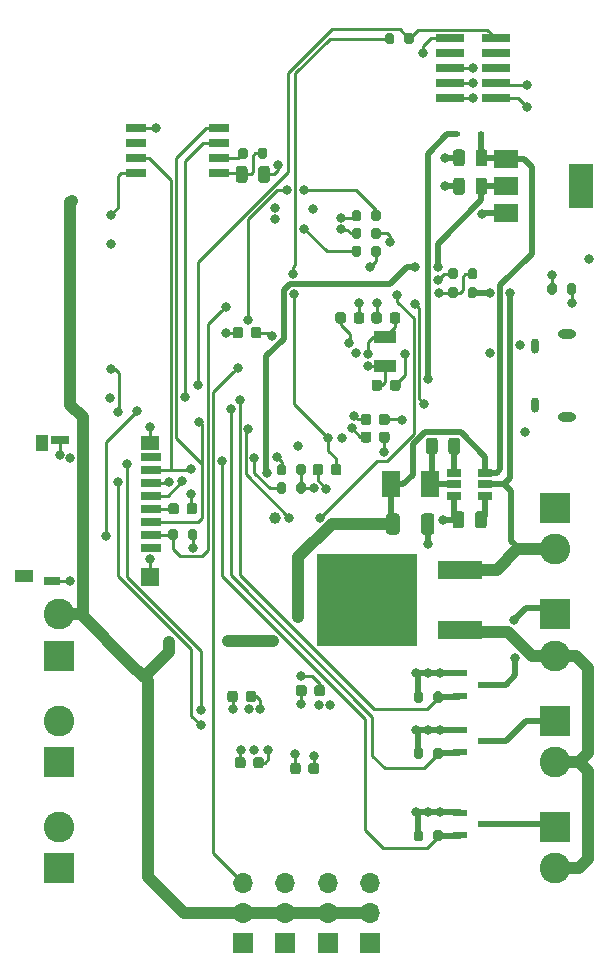
<source format=gbr>
G04 #@! TF.GenerationSoftware,KiCad,Pcbnew,(5.1.9)-1*
G04 #@! TF.CreationDate,2021-01-07T21:38:47-08:00*
G04 #@! TF.ProjectId,Hermes,4865726d-6573-42e6-9b69-6361645f7063,rev?*
G04 #@! TF.SameCoordinates,Original*
G04 #@! TF.FileFunction,Copper,L4,Bot*
G04 #@! TF.FilePolarity,Positive*
%FSLAX46Y46*%
G04 Gerber Fmt 4.6, Leading zero omitted, Abs format (unit mm)*
G04 Created by KiCad (PCBNEW (5.1.9)-1) date 2021-01-07 21:38:47*
%MOMM*%
%LPD*%
G01*
G04 APERTURE LIST*
G04 #@! TA.AperFunction,SMDPad,CuDef*
%ADD10R,1.550000X1.000000*%
G04 #@! TD*
G04 #@! TA.AperFunction,SMDPad,CuDef*
%ADD11R,1.400000X0.800000*%
G04 #@! TD*
G04 #@! TA.AperFunction,SMDPad,CuDef*
%ADD12R,1.000000X1.450000*%
G04 #@! TD*
G04 #@! TA.AperFunction,SMDPad,CuDef*
%ADD13R,1.500000X0.800000*%
G04 #@! TD*
G04 #@! TA.AperFunction,SMDPad,CuDef*
%ADD14R,1.750000X0.800000*%
G04 #@! TD*
G04 #@! TA.AperFunction,SMDPad,CuDef*
%ADD15R,1.500000X1.500000*%
G04 #@! TD*
G04 #@! TA.AperFunction,SMDPad,CuDef*
%ADD16R,1.500000X1.300000*%
G04 #@! TD*
G04 #@! TA.AperFunction,SMDPad,CuDef*
%ADD17R,1.650000X2.300000*%
G04 #@! TD*
G04 #@! TA.AperFunction,SMDPad,CuDef*
%ADD18R,1.900000X1.100000*%
G04 #@! TD*
G04 #@! TA.AperFunction,SMDPad,CuDef*
%ADD19R,2.000000X1.500000*%
G04 #@! TD*
G04 #@! TA.AperFunction,SMDPad,CuDef*
%ADD20R,2.000000X3.800000*%
G04 #@! TD*
G04 #@! TA.AperFunction,SMDPad,CuDef*
%ADD21R,8.510000X7.870000*%
G04 #@! TD*
G04 #@! TA.AperFunction,SMDPad,CuDef*
%ADD22R,3.810000X1.620000*%
G04 #@! TD*
G04 #@! TA.AperFunction,SMDPad,CuDef*
%ADD23R,1.300000X0.600000*%
G04 #@! TD*
G04 #@! TA.AperFunction,ComponentPad*
%ADD24C,2.600000*%
G04 #@! TD*
G04 #@! TA.AperFunction,ComponentPad*
%ADD25R,2.600000X2.600000*%
G04 #@! TD*
G04 #@! TA.AperFunction,SMDPad,CuDef*
%ADD26R,2.400000X0.740000*%
G04 #@! TD*
G04 #@! TA.AperFunction,ComponentPad*
%ADD27O,1.550000X0.775000*%
G04 #@! TD*
G04 #@! TA.AperFunction,ComponentPad*
%ADD28O,0.650000X1.300000*%
G04 #@! TD*
G04 #@! TA.AperFunction,SMDPad,CuDef*
%ADD29R,1.785000X0.650000*%
G04 #@! TD*
G04 #@! TA.AperFunction,SMDPad,CuDef*
%ADD30R,1.220000X0.650000*%
G04 #@! TD*
G04 #@! TA.AperFunction,SMDPad,CuDef*
%ADD31R,0.600000X0.450000*%
G04 #@! TD*
G04 #@! TA.AperFunction,ComponentPad*
%ADD32R,1.700000X1.700000*%
G04 #@! TD*
G04 #@! TA.AperFunction,ComponentPad*
%ADD33O,1.700000X1.700000*%
G04 #@! TD*
G04 #@! TA.AperFunction,ViaPad*
%ADD34C,0.800000*%
G04 #@! TD*
G04 #@! TA.AperFunction,ViaPad*
%ADD35C,1.000000*%
G04 #@! TD*
G04 #@! TA.AperFunction,Conductor*
%ADD36C,0.250000*%
G04 #@! TD*
G04 #@! TA.AperFunction,Conductor*
%ADD37C,0.500000*%
G04 #@! TD*
G04 #@! TA.AperFunction,Conductor*
%ADD38C,1.000000*%
G04 #@! TD*
G04 APERTURE END LIST*
G04 #@! TO.P,R11,2*
G04 #@! TO.N,VDDIO*
G04 #@! TA.AperFunction,SMDPad,CuDef*
G36*
G01*
X34900000Y-63775000D02*
X34900000Y-63225000D01*
G75*
G02*
X35100000Y-63025000I200000J0D01*
G01*
X35500000Y-63025000D01*
G75*
G02*
X35700000Y-63225000I0J-200000D01*
G01*
X35700000Y-63775000D01*
G75*
G02*
X35500000Y-63975000I-200000J0D01*
G01*
X35100000Y-63975000D01*
G75*
G02*
X34900000Y-63775000I0J200000D01*
G01*
G37*
G04 #@! TD.AperFunction*
G04 #@! TO.P,R11,1*
G04 #@! TO.N,RX*
G04 #@! TA.AperFunction,SMDPad,CuDef*
G36*
G01*
X33250000Y-63775000D02*
X33250000Y-63225000D01*
G75*
G02*
X33450000Y-63025000I200000J0D01*
G01*
X33850000Y-63025000D01*
G75*
G02*
X34050000Y-63225000I0J-200000D01*
G01*
X34050000Y-63775000D01*
G75*
G02*
X33850000Y-63975000I-200000J0D01*
G01*
X33450000Y-63975000D01*
G75*
G02*
X33250000Y-63775000I0J200000D01*
G01*
G37*
G04 #@! TD.AperFunction*
G04 #@! TD*
G04 #@! TO.P,C5,2*
G04 #@! TO.N,VDDIO*
G04 #@! TA.AperFunction,SMDPad,CuDef*
G36*
G01*
X40225000Y-46650000D02*
X40225000Y-46150000D01*
G75*
G02*
X40450000Y-45925000I225000J0D01*
G01*
X40900000Y-45925000D01*
G75*
G02*
X41125000Y-46150000I0J-225000D01*
G01*
X41125000Y-46650000D01*
G75*
G02*
X40900000Y-46875000I-225000J0D01*
G01*
X40450000Y-46875000D01*
G75*
G02*
X40225000Y-46650000I0J225000D01*
G01*
G37*
G04 #@! TD.AperFunction*
G04 #@! TO.P,C5,1*
G04 #@! TO.N,GND*
G04 #@! TA.AperFunction,SMDPad,CuDef*
G36*
G01*
X38675000Y-46650000D02*
X38675000Y-46150000D01*
G75*
G02*
X38900000Y-45925000I225000J0D01*
G01*
X39350000Y-45925000D01*
G75*
G02*
X39575000Y-46150000I0J-225000D01*
G01*
X39575000Y-46650000D01*
G75*
G02*
X39350000Y-46875000I-225000J0D01*
G01*
X38900000Y-46875000D01*
G75*
G02*
X38675000Y-46650000I0J225000D01*
G01*
G37*
G04 #@! TD.AperFunction*
G04 #@! TD*
G04 #@! TO.P,R14,2*
G04 #@! TO.N,PY3*
G04 #@! TA.AperFunction,SMDPad,CuDef*
G36*
G01*
X55675000Y-89275000D02*
X55675000Y-88725000D01*
G75*
G02*
X55875000Y-88525000I200000J0D01*
G01*
X56275000Y-88525000D01*
G75*
G02*
X56475000Y-88725000I0J-200000D01*
G01*
X56475000Y-89275000D01*
G75*
G02*
X56275000Y-89475000I-200000J0D01*
G01*
X55875000Y-89475000D01*
G75*
G02*
X55675000Y-89275000I0J200000D01*
G01*
G37*
G04 #@! TD.AperFunction*
G04 #@! TO.P,R14,1*
G04 #@! TO.N,GND*
G04 #@! TA.AperFunction,SMDPad,CuDef*
G36*
G01*
X54025000Y-89275000D02*
X54025000Y-88725000D01*
G75*
G02*
X54225000Y-88525000I200000J0D01*
G01*
X54625000Y-88525000D01*
G75*
G02*
X54825000Y-88725000I0J-200000D01*
G01*
X54825000Y-89275000D01*
G75*
G02*
X54625000Y-89475000I-200000J0D01*
G01*
X54225000Y-89475000D01*
G75*
G02*
X54025000Y-89275000I0J200000D01*
G01*
G37*
G04 #@! TD.AperFunction*
G04 #@! TD*
G04 #@! TO.P,R13,2*
G04 #@! TO.N,PY2*
G04 #@! TA.AperFunction,SMDPad,CuDef*
G36*
G01*
X55675000Y-82275000D02*
X55675000Y-81725000D01*
G75*
G02*
X55875000Y-81525000I200000J0D01*
G01*
X56275000Y-81525000D01*
G75*
G02*
X56475000Y-81725000I0J-200000D01*
G01*
X56475000Y-82275000D01*
G75*
G02*
X56275000Y-82475000I-200000J0D01*
G01*
X55875000Y-82475000D01*
G75*
G02*
X55675000Y-82275000I0J200000D01*
G01*
G37*
G04 #@! TD.AperFunction*
G04 #@! TO.P,R13,1*
G04 #@! TO.N,GND*
G04 #@! TA.AperFunction,SMDPad,CuDef*
G36*
G01*
X54025000Y-82275000D02*
X54025000Y-81725000D01*
G75*
G02*
X54225000Y-81525000I200000J0D01*
G01*
X54625000Y-81525000D01*
G75*
G02*
X54825000Y-81725000I0J-200000D01*
G01*
X54825000Y-82275000D01*
G75*
G02*
X54625000Y-82475000I-200000J0D01*
G01*
X54225000Y-82475000D01*
G75*
G02*
X54025000Y-82275000I0J200000D01*
G01*
G37*
G04 #@! TD.AperFunction*
G04 #@! TD*
G04 #@! TO.P,R12,2*
G04 #@! TO.N,PY1*
G04 #@! TA.AperFunction,SMDPad,CuDef*
G36*
G01*
X55675000Y-77525000D02*
X55675000Y-76975000D01*
G75*
G02*
X55875000Y-76775000I200000J0D01*
G01*
X56275000Y-76775000D01*
G75*
G02*
X56475000Y-76975000I0J-200000D01*
G01*
X56475000Y-77525000D01*
G75*
G02*
X56275000Y-77725000I-200000J0D01*
G01*
X55875000Y-77725000D01*
G75*
G02*
X55675000Y-77525000I0J200000D01*
G01*
G37*
G04 #@! TD.AperFunction*
G04 #@! TO.P,R12,1*
G04 #@! TO.N,GND*
G04 #@! TA.AperFunction,SMDPad,CuDef*
G36*
G01*
X54025000Y-77525000D02*
X54025000Y-76975000D01*
G75*
G02*
X54225000Y-76775000I200000J0D01*
G01*
X54625000Y-76775000D01*
G75*
G02*
X54825000Y-76975000I0J-200000D01*
G01*
X54825000Y-77525000D01*
G75*
G02*
X54625000Y-77725000I-200000J0D01*
G01*
X54225000Y-77725000D01*
G75*
G02*
X54025000Y-77525000I0J200000D01*
G01*
G37*
G04 #@! TD.AperFunction*
G04 #@! TD*
D10*
G04 #@! TO.P,J14,SWA*
G04 #@! TO.N,Net-(J14-PadSWA)*
X21000000Y-67000000D03*
D11*
G04 #@! TO.P,J14,S4*
G04 #@! TO.N,GND*
X23425000Y-67400000D03*
D12*
G04 #@! TO.P,J14,SWB*
G04 #@! TO.N,Net-(J14-PadSWB)*
X22575000Y-55775000D03*
D13*
G04 #@! TO.P,J14,S3*
G04 #@! TO.N,GND*
X24075000Y-55450000D03*
D14*
G04 #@! TO.P,J14,1*
G04 #@! TO.N,Net-(J14-Pad1)*
X31800000Y-64600000D03*
G04 #@! TO.P,J14,2*
G04 #@! TO.N,RX*
X31800000Y-63500000D03*
G04 #@! TO.P,J14,3*
G04 #@! TO.N,MOSI*
X31800000Y-62400000D03*
G04 #@! TO.P,J14,4*
G04 #@! TO.N,Net-(C18-Pad1)*
X31800000Y-61300000D03*
G04 #@! TO.P,J14,5*
G04 #@! TO.N,SCK*
X31800000Y-60200000D03*
G04 #@! TO.P,J14,6*
G04 #@! TO.N,GND*
X31800000Y-59100000D03*
G04 #@! TO.P,J14,7*
G04 #@! TO.N,MISO*
X31800000Y-58000000D03*
D15*
G04 #@! TO.P,J14,S2*
G04 #@! TO.N,GND*
X31675000Y-67050000D03*
D16*
G04 #@! TO.P,J14,S1*
X31675000Y-55700000D03*
D14*
G04 #@! TO.P,J14,8*
G04 #@! TO.N,Net-(J14-Pad8)*
X31800000Y-56900000D03*
G04 #@! TD*
D17*
G04 #@! TO.P,L1,2*
G04 #@! TO.N,+5V*
X52100000Y-59250000D03*
G04 #@! TO.P,L1,1*
G04 #@! TO.N,Net-(C6-Pad1)*
X55400000Y-59250000D03*
G04 #@! TD*
G04 #@! TO.P,C9,2*
G04 #@! TO.N,GND*
G04 #@! TA.AperFunction,SMDPad,CuDef*
G36*
G01*
X51075000Y-54000000D02*
X51075000Y-53500000D01*
G75*
G02*
X51300000Y-53275000I225000J0D01*
G01*
X51750000Y-53275000D01*
G75*
G02*
X51975000Y-53500000I0J-225000D01*
G01*
X51975000Y-54000000D01*
G75*
G02*
X51750000Y-54225000I-225000J0D01*
G01*
X51300000Y-54225000D01*
G75*
G02*
X51075000Y-54000000I0J225000D01*
G01*
G37*
G04 #@! TD.AperFunction*
G04 #@! TO.P,C9,1*
G04 #@! TO.N,VDDIO*
G04 #@! TA.AperFunction,SMDPad,CuDef*
G36*
G01*
X49525000Y-54000000D02*
X49525000Y-53500000D01*
G75*
G02*
X49750000Y-53275000I225000J0D01*
G01*
X50200000Y-53275000D01*
G75*
G02*
X50425000Y-53500000I0J-225000D01*
G01*
X50425000Y-54000000D01*
G75*
G02*
X50200000Y-54225000I-225000J0D01*
G01*
X49750000Y-54225000D01*
G75*
G02*
X49525000Y-54000000I0J225000D01*
G01*
G37*
G04 #@! TD.AperFunction*
G04 #@! TD*
D18*
G04 #@! TO.P,Y1,2*
G04 #@! TO.N,Net-(C4-Pad2)*
X51600000Y-49250000D03*
G04 #@! TO.P,Y1,1*
G04 #@! TO.N,Net-(C3-Pad2)*
X51600000Y-46750000D03*
G04 #@! TD*
D19*
G04 #@! TO.P,U1,1*
G04 #@! TO.N,GND*
X61850000Y-36300000D03*
G04 #@! TO.P,U1,3*
G04 #@! TO.N,+5V*
X61850000Y-31700000D03*
G04 #@! TO.P,U1,2*
G04 #@! TO.N,PWR_SW*
X61850000Y-34000000D03*
D20*
G04 #@! TO.P,U1,4*
G04 #@! TO.N,N/C*
X68150000Y-34000000D03*
G04 #@! TD*
G04 #@! TO.P,R15,2*
G04 #@! TO.N,Net-(C19-Pad1)*
G04 #@! TA.AperFunction,SMDPad,CuDef*
G36*
G01*
X40825000Y-31475000D02*
X40825000Y-30925000D01*
G75*
G02*
X41025000Y-30725000I200000J0D01*
G01*
X41425000Y-30725000D01*
G75*
G02*
X41625000Y-30925000I0J-200000D01*
G01*
X41625000Y-31475000D01*
G75*
G02*
X41425000Y-31675000I-200000J0D01*
G01*
X41025000Y-31675000D01*
G75*
G02*
X40825000Y-31475000I0J200000D01*
G01*
G37*
G04 #@! TD.AperFunction*
G04 #@! TO.P,R15,1*
G04 #@! TO.N,Net-(IC3-Pad7)*
G04 #@! TA.AperFunction,SMDPad,CuDef*
G36*
G01*
X39175000Y-31475000D02*
X39175000Y-30925000D01*
G75*
G02*
X39375000Y-30725000I200000J0D01*
G01*
X39775000Y-30725000D01*
G75*
G02*
X39975000Y-30925000I0J-200000D01*
G01*
X39975000Y-31475000D01*
G75*
G02*
X39775000Y-31675000I-200000J0D01*
G01*
X39375000Y-31675000D01*
G75*
G02*
X39175000Y-31475000I0J200000D01*
G01*
G37*
G04 #@! TD.AperFunction*
G04 #@! TD*
D21*
G04 #@! TO.P,R10,3*
G04 #@! TO.N,N/C*
X50030000Y-69000000D03*
D22*
G04 #@! TO.P,R10,2*
G04 #@! TO.N,R_OUT*
X57970000Y-71540000D03*
G04 #@! TO.P,R10,1*
G04 #@! TO.N,R_IN*
X57970000Y-66460000D03*
G04 #@! TD*
G04 #@! TO.P,R9,2*
G04 #@! TO.N,LEDB*
G04 #@! TA.AperFunction,SMDPad,CuDef*
G36*
G01*
X50425000Y-36775000D02*
X50425000Y-36225000D01*
G75*
G02*
X50625000Y-36025000I200000J0D01*
G01*
X51025000Y-36025000D01*
G75*
G02*
X51225000Y-36225000I0J-200000D01*
G01*
X51225000Y-36775000D01*
G75*
G02*
X51025000Y-36975000I-200000J0D01*
G01*
X50625000Y-36975000D01*
G75*
G02*
X50425000Y-36775000I0J200000D01*
G01*
G37*
G04 #@! TD.AperFunction*
G04 #@! TO.P,R9,1*
G04 #@! TO.N,Net-(D4-Pad4)*
G04 #@! TA.AperFunction,SMDPad,CuDef*
G36*
G01*
X48775000Y-36775000D02*
X48775000Y-36225000D01*
G75*
G02*
X48975000Y-36025000I200000J0D01*
G01*
X49375000Y-36025000D01*
G75*
G02*
X49575000Y-36225000I0J-200000D01*
G01*
X49575000Y-36775000D01*
G75*
G02*
X49375000Y-36975000I-200000J0D01*
G01*
X48975000Y-36975000D01*
G75*
G02*
X48775000Y-36775000I0J200000D01*
G01*
G37*
G04 #@! TD.AperFunction*
G04 #@! TD*
G04 #@! TO.P,R8,2*
G04 #@! TO.N,LEDG*
G04 #@! TA.AperFunction,SMDPad,CuDef*
G36*
G01*
X50425000Y-39775000D02*
X50425000Y-39225000D01*
G75*
G02*
X50625000Y-39025000I200000J0D01*
G01*
X51025000Y-39025000D01*
G75*
G02*
X51225000Y-39225000I0J-200000D01*
G01*
X51225000Y-39775000D01*
G75*
G02*
X51025000Y-39975000I-200000J0D01*
G01*
X50625000Y-39975000D01*
G75*
G02*
X50425000Y-39775000I0J200000D01*
G01*
G37*
G04 #@! TD.AperFunction*
G04 #@! TO.P,R8,1*
G04 #@! TO.N,Net-(D4-Pad5)*
G04 #@! TA.AperFunction,SMDPad,CuDef*
G36*
G01*
X48775000Y-39775000D02*
X48775000Y-39225000D01*
G75*
G02*
X48975000Y-39025000I200000J0D01*
G01*
X49375000Y-39025000D01*
G75*
G02*
X49575000Y-39225000I0J-200000D01*
G01*
X49575000Y-39775000D01*
G75*
G02*
X49375000Y-39975000I-200000J0D01*
G01*
X48975000Y-39975000D01*
G75*
G02*
X48775000Y-39775000I0J200000D01*
G01*
G37*
G04 #@! TD.AperFunction*
G04 #@! TD*
G04 #@! TO.P,R7,2*
G04 #@! TO.N,VDDIO*
G04 #@! TA.AperFunction,SMDPad,CuDef*
G36*
G01*
X44075000Y-58275000D02*
X44075000Y-57725000D01*
G75*
G02*
X44275000Y-57525000I200000J0D01*
G01*
X44675000Y-57525000D01*
G75*
G02*
X44875000Y-57725000I0J-200000D01*
G01*
X44875000Y-58275000D01*
G75*
G02*
X44675000Y-58475000I-200000J0D01*
G01*
X44275000Y-58475000D01*
G75*
G02*
X44075000Y-58275000I0J200000D01*
G01*
G37*
G04 #@! TD.AperFunction*
G04 #@! TO.P,R7,1*
G04 #@! TO.N,SCL*
G04 #@! TA.AperFunction,SMDPad,CuDef*
G36*
G01*
X42425000Y-58275000D02*
X42425000Y-57725000D01*
G75*
G02*
X42625000Y-57525000I200000J0D01*
G01*
X43025000Y-57525000D01*
G75*
G02*
X43225000Y-57725000I0J-200000D01*
G01*
X43225000Y-58275000D01*
G75*
G02*
X43025000Y-58475000I-200000J0D01*
G01*
X42625000Y-58475000D01*
G75*
G02*
X42425000Y-58275000I0J200000D01*
G01*
G37*
G04 #@! TD.AperFunction*
G04 #@! TD*
G04 #@! TO.P,R6,2*
G04 #@! TO.N,LEDR*
G04 #@! TA.AperFunction,SMDPad,CuDef*
G36*
G01*
X50425000Y-38275000D02*
X50425000Y-37725000D01*
G75*
G02*
X50625000Y-37525000I200000J0D01*
G01*
X51025000Y-37525000D01*
G75*
G02*
X51225000Y-37725000I0J-200000D01*
G01*
X51225000Y-38275000D01*
G75*
G02*
X51025000Y-38475000I-200000J0D01*
G01*
X50625000Y-38475000D01*
G75*
G02*
X50425000Y-38275000I0J200000D01*
G01*
G37*
G04 #@! TD.AperFunction*
G04 #@! TO.P,R6,1*
G04 #@! TO.N,Net-(D4-Pad6)*
G04 #@! TA.AperFunction,SMDPad,CuDef*
G36*
G01*
X48775000Y-38275000D02*
X48775000Y-37725000D01*
G75*
G02*
X48975000Y-37525000I200000J0D01*
G01*
X49375000Y-37525000D01*
G75*
G02*
X49575000Y-37725000I0J-200000D01*
G01*
X49575000Y-38275000D01*
G75*
G02*
X49375000Y-38475000I-200000J0D01*
G01*
X48975000Y-38475000D01*
G75*
G02*
X48775000Y-38275000I0J200000D01*
G01*
G37*
G04 #@! TD.AperFunction*
G04 #@! TD*
G04 #@! TO.P,R5,2*
G04 #@! TO.N,VDDIO*
G04 #@! TA.AperFunction,SMDPad,CuDef*
G36*
G01*
X44075000Y-59825000D02*
X44075000Y-59275000D01*
G75*
G02*
X44275000Y-59075000I200000J0D01*
G01*
X44675000Y-59075000D01*
G75*
G02*
X44875000Y-59275000I0J-200000D01*
G01*
X44875000Y-59825000D01*
G75*
G02*
X44675000Y-60025000I-200000J0D01*
G01*
X44275000Y-60025000D01*
G75*
G02*
X44075000Y-59825000I0J200000D01*
G01*
G37*
G04 #@! TD.AperFunction*
G04 #@! TO.P,R5,1*
G04 #@! TO.N,SDA*
G04 #@! TA.AperFunction,SMDPad,CuDef*
G36*
G01*
X42425000Y-59825000D02*
X42425000Y-59275000D01*
G75*
G02*
X42625000Y-59075000I200000J0D01*
G01*
X43025000Y-59075000D01*
G75*
G02*
X43225000Y-59275000I0J-200000D01*
G01*
X43225000Y-59825000D01*
G75*
G02*
X43025000Y-60025000I-200000J0D01*
G01*
X42625000Y-60025000D01*
G75*
G02*
X42425000Y-59825000I0J200000D01*
G01*
G37*
G04 #@! TD.AperFunction*
G04 #@! TD*
G04 #@! TO.P,R4,2*
G04 #@! TO.N,VOLTAGE*
G04 #@! TA.AperFunction,SMDPad,CuDef*
G36*
G01*
X58585000Y-41675000D02*
X58585000Y-41125000D01*
G75*
G02*
X58785000Y-40925000I200000J0D01*
G01*
X59185000Y-40925000D01*
G75*
G02*
X59385000Y-41125000I0J-200000D01*
G01*
X59385000Y-41675000D01*
G75*
G02*
X59185000Y-41875000I-200000J0D01*
G01*
X58785000Y-41875000D01*
G75*
G02*
X58585000Y-41675000I0J200000D01*
G01*
G37*
G04 #@! TD.AperFunction*
G04 #@! TO.P,R4,1*
G04 #@! TO.N,GND*
G04 #@! TA.AperFunction,SMDPad,CuDef*
G36*
G01*
X56935000Y-41675000D02*
X56935000Y-41125000D01*
G75*
G02*
X57135000Y-40925000I200000J0D01*
G01*
X57535000Y-40925000D01*
G75*
G02*
X57735000Y-41125000I0J-200000D01*
G01*
X57735000Y-41675000D01*
G75*
G02*
X57535000Y-41875000I-200000J0D01*
G01*
X57135000Y-41875000D01*
G75*
G02*
X56935000Y-41675000I0J200000D01*
G01*
G37*
G04 #@! TD.AperFunction*
G04 #@! TD*
G04 #@! TO.P,R3,2*
G04 #@! TO.N,R_IN*
G04 #@! TA.AperFunction,SMDPad,CuDef*
G36*
G01*
X58585000Y-43280000D02*
X58585000Y-42730000D01*
G75*
G02*
X58785000Y-42530000I200000J0D01*
G01*
X59185000Y-42530000D01*
G75*
G02*
X59385000Y-42730000I0J-200000D01*
G01*
X59385000Y-43280000D01*
G75*
G02*
X59185000Y-43480000I-200000J0D01*
G01*
X58785000Y-43480000D01*
G75*
G02*
X58585000Y-43280000I0J200000D01*
G01*
G37*
G04 #@! TD.AperFunction*
G04 #@! TO.P,R3,1*
G04 #@! TO.N,VOLTAGE*
G04 #@! TA.AperFunction,SMDPad,CuDef*
G36*
G01*
X56935000Y-43280000D02*
X56935000Y-42730000D01*
G75*
G02*
X57135000Y-42530000I200000J0D01*
G01*
X57535000Y-42530000D01*
G75*
G02*
X57735000Y-42730000I0J-200000D01*
G01*
X57735000Y-43280000D01*
G75*
G02*
X57535000Y-43480000I-200000J0D01*
G01*
X57135000Y-43480000D01*
G75*
G02*
X56935000Y-43280000I0J200000D01*
G01*
G37*
G04 #@! TD.AperFunction*
G04 #@! TD*
G04 #@! TO.P,R2,2*
G04 #@! TO.N,TG_RESET*
G04 #@! TA.AperFunction,SMDPad,CuDef*
G36*
G01*
X52375000Y-21225000D02*
X52375000Y-21775000D01*
G75*
G02*
X52175000Y-21975000I-200000J0D01*
G01*
X51775000Y-21975000D01*
G75*
G02*
X51575000Y-21775000I0J200000D01*
G01*
X51575000Y-21225000D01*
G75*
G02*
X51775000Y-21025000I200000J0D01*
G01*
X52175000Y-21025000D01*
G75*
G02*
X52375000Y-21225000I0J-200000D01*
G01*
G37*
G04 #@! TD.AperFunction*
G04 #@! TO.P,R2,1*
G04 #@! TO.N,RESET*
G04 #@! TA.AperFunction,SMDPad,CuDef*
G36*
G01*
X54025000Y-21225000D02*
X54025000Y-21775000D01*
G75*
G02*
X53825000Y-21975000I-200000J0D01*
G01*
X53425000Y-21975000D01*
G75*
G02*
X53225000Y-21775000I0J200000D01*
G01*
X53225000Y-21225000D01*
G75*
G02*
X53425000Y-21025000I200000J0D01*
G01*
X53825000Y-21025000D01*
G75*
G02*
X54025000Y-21225000I0J-200000D01*
G01*
G37*
G04 #@! TD.AperFunction*
G04 #@! TD*
G04 #@! TO.P,R1,2*
G04 #@! TO.N,Net-(D3-Pad1)*
G04 #@! TA.AperFunction,SMDPad,CuDef*
G36*
G01*
X66125000Y-42425000D02*
X66125000Y-42975000D01*
G75*
G02*
X65925000Y-43175000I-200000J0D01*
G01*
X65525000Y-43175000D01*
G75*
G02*
X65325000Y-42975000I0J200000D01*
G01*
X65325000Y-42425000D01*
G75*
G02*
X65525000Y-42225000I200000J0D01*
G01*
X65925000Y-42225000D01*
G75*
G02*
X66125000Y-42425000I0J-200000D01*
G01*
G37*
G04 #@! TD.AperFunction*
G04 #@! TO.P,R1,1*
G04 #@! TO.N,GND*
G04 #@! TA.AperFunction,SMDPad,CuDef*
G36*
G01*
X67775000Y-42425000D02*
X67775000Y-42975000D01*
G75*
G02*
X67575000Y-43175000I-200000J0D01*
G01*
X67175000Y-43175000D01*
G75*
G02*
X66975000Y-42975000I0J200000D01*
G01*
X66975000Y-42425000D01*
G75*
G02*
X67175000Y-42225000I200000J0D01*
G01*
X67575000Y-42225000D01*
G75*
G02*
X67775000Y-42425000I0J-200000D01*
G01*
G37*
G04 #@! TD.AperFunction*
G04 #@! TD*
D23*
G04 #@! TO.P,Q3,1*
G04 #@! TO.N,PY3*
X57950000Y-88950000D03*
G04 #@! TO.P,Q3,2*
G04 #@! TO.N,GND*
X57950000Y-87050000D03*
G04 #@! TO.P,Q3,3*
G04 #@! TO.N,Net-(J17-Pad1)*
X60050000Y-88000000D03*
G04 #@! TD*
G04 #@! TO.P,Q2,1*
G04 #@! TO.N,PY2*
X57950000Y-81900000D03*
G04 #@! TO.P,Q2,2*
G04 #@! TO.N,GND*
X57950000Y-80000000D03*
G04 #@! TO.P,Q2,3*
G04 #@! TO.N,Net-(J16-Pad1)*
X60050000Y-80950000D03*
G04 #@! TD*
G04 #@! TO.P,Q1,1*
G04 #@! TO.N,PY1*
X57950000Y-77150000D03*
G04 #@! TO.P,Q1,2*
G04 #@! TO.N,GND*
X57950000Y-75250000D03*
G04 #@! TO.P,Q1,3*
G04 #@! TO.N,Net-(J15-Pad1)*
X60050000Y-76200000D03*
G04 #@! TD*
D24*
G04 #@! TO.P,J17,2*
G04 #@! TO.N,R_OUT*
X66000000Y-91750000D03*
D25*
G04 #@! TO.P,J17,1*
G04 #@! TO.N,Net-(J17-Pad1)*
X66000000Y-88250000D03*
G04 #@! TD*
D24*
G04 #@! TO.P,J16,2*
G04 #@! TO.N,R_OUT*
X66000000Y-82750000D03*
D25*
G04 #@! TO.P,J16,1*
G04 #@! TO.N,Net-(J16-Pad1)*
X66000000Y-79250000D03*
G04 #@! TD*
D24*
G04 #@! TO.P,J15,2*
G04 #@! TO.N,R_OUT*
X66000000Y-73750000D03*
D25*
G04 #@! TO.P,J15,1*
G04 #@! TO.N,Net-(J15-Pad1)*
X66000000Y-70250000D03*
G04 #@! TD*
D24*
G04 #@! TO.P,J12,2*
G04 #@! TO.N,VDDIO*
X24000000Y-79250000D03*
D25*
G04 #@! TO.P,J12,1*
G04 #@! TO.N,PWR_SW*
X24000000Y-82750000D03*
G04 #@! TD*
D24*
G04 #@! TO.P,J11,2*
G04 #@! TO.N,R_IN*
X66000000Y-64750000D03*
D25*
G04 #@! TO.P,J11,1*
G04 #@! TO.N,GND*
X66000000Y-61250000D03*
G04 #@! TD*
D26*
G04 #@! TO.P,J10,10*
G04 #@! TO.N,RESET*
X60950000Y-21460000D03*
G04 #@! TO.P,J10,9*
G04 #@! TO.N,GND*
X57050000Y-21460000D03*
G04 #@! TO.P,J10,8*
G04 #@! TO.N,Net-(J10-Pad8)*
X60950000Y-22730000D03*
G04 #@! TO.P,J10,7*
G04 #@! TO.N,Net-(J10-Pad7)*
X57050000Y-22730000D03*
G04 #@! TO.P,J10,6*
G04 #@! TO.N,SWO*
X60950000Y-24000000D03*
G04 #@! TO.P,J10,5*
G04 #@! TO.N,GND*
X57050000Y-24000000D03*
G04 #@! TO.P,J10,4*
G04 #@! TO.N,SWCLK*
X60950000Y-25270000D03*
G04 #@! TO.P,J10,3*
G04 #@! TO.N,GND*
X57050000Y-25270000D03*
G04 #@! TO.P,J10,2*
G04 #@! TO.N,SWDIO*
X60950000Y-26540000D03*
G04 #@! TO.P,J10,1*
G04 #@! TO.N,VDDIO*
X57050000Y-26540000D03*
G04 #@! TD*
D24*
G04 #@! TO.P,J9,2*
G04 #@! TO.N,VDDIO*
X24000000Y-88250000D03*
D25*
G04 #@! TO.P,J9,1*
G04 #@! TO.N,GND*
X24000000Y-91750000D03*
G04 #@! TD*
D24*
G04 #@! TO.P,J8,2*
G04 #@! TO.N,+5V*
X24000000Y-70250000D03*
D25*
G04 #@! TO.P,J8,1*
G04 #@! TO.N,GND*
X24000000Y-73750000D03*
G04 #@! TD*
D27*
G04 #@! TO.P,J5,S6*
G04 #@! TO.N,N/C*
X67000000Y-46500000D03*
G04 #@! TO.P,J5,S3*
X67000000Y-53500000D03*
D28*
G04 #@! TO.P,J5,S2*
X64300000Y-47500000D03*
G04 #@! TO.P,J5,S1*
X64300000Y-52500000D03*
G04 #@! TD*
D29*
G04 #@! TO.P,IC3,8*
G04 #@! TO.N,Net-(C19-Pad1)*
X37532000Y-32905000D03*
G04 #@! TO.P,IC3,7*
G04 #@! TO.N,Net-(IC3-Pad7)*
X37532000Y-31635000D03*
G04 #@! TO.P,IC3,6*
G04 #@! TO.N,SCK*
X37532000Y-30365000D03*
G04 #@! TO.P,IC3,5*
G04 #@! TO.N,MOSI*
X37532000Y-29095000D03*
G04 #@! TO.P,IC3,4*
G04 #@! TO.N,GND*
X30468000Y-29095000D03*
G04 #@! TO.P,IC3,3*
G04 #@! TO.N,Net-(IC3-Pad3)*
X30468000Y-30365000D03*
G04 #@! TO.P,IC3,2*
G04 #@! TO.N,MISO*
X30468000Y-31635000D03*
G04 #@! TO.P,IC3,1*
G04 #@! TO.N,FLASH_CS*
X30468000Y-32905000D03*
G04 #@! TD*
D30*
G04 #@! TO.P,IC2,6*
G04 #@! TO.N,Net-(C6-Pad2)*
X57440000Y-58300000D03*
G04 #@! TO.P,IC2,5*
G04 #@! TO.N,Net-(C6-Pad1)*
X57440000Y-59250000D03*
G04 #@! TO.P,IC2,4*
G04 #@! TO.N,GND*
X57440000Y-60200000D03*
G04 #@! TO.P,IC2,3*
G04 #@! TO.N,Net-(C8-Pad2)*
X60060000Y-60200000D03*
G04 #@! TO.P,IC2,2*
G04 #@! TO.N,R_IN*
X60060000Y-59250000D03*
G04 #@! TO.P,IC2,1*
G04 #@! TO.N,+5V*
X60060000Y-58300000D03*
G04 #@! TD*
D31*
G04 #@! TO.P,D2,2*
G04 #@! TO.N,VBUS*
X57650000Y-29600000D03*
G04 #@! TO.P,D2,1*
G04 #@! TO.N,+5V*
X59750000Y-29600000D03*
G04 #@! TD*
G04 #@! TO.P,C19,2*
G04 #@! TO.N,GND*
G04 #@! TA.AperFunction,SMDPad,CuDef*
G36*
G01*
X40850000Y-33475000D02*
X40850000Y-32525000D01*
G75*
G02*
X41100000Y-32275000I250000J0D01*
G01*
X41600000Y-32275000D01*
G75*
G02*
X41850000Y-32525000I0J-250000D01*
G01*
X41850000Y-33475000D01*
G75*
G02*
X41600000Y-33725000I-250000J0D01*
G01*
X41100000Y-33725000D01*
G75*
G02*
X40850000Y-33475000I0J250000D01*
G01*
G37*
G04 #@! TD.AperFunction*
G04 #@! TO.P,C19,1*
G04 #@! TO.N,Net-(C19-Pad1)*
G04 #@! TA.AperFunction,SMDPad,CuDef*
G36*
G01*
X38950000Y-33475000D02*
X38950000Y-32525000D01*
G75*
G02*
X39200000Y-32275000I250000J0D01*
G01*
X39700000Y-32275000D01*
G75*
G02*
X39950000Y-32525000I0J-250000D01*
G01*
X39950000Y-33475000D01*
G75*
G02*
X39700000Y-33725000I-250000J0D01*
G01*
X39200000Y-33725000D01*
G75*
G02*
X38950000Y-33475000I0J250000D01*
G01*
G37*
G04 #@! TD.AperFunction*
G04 #@! TD*
G04 #@! TO.P,C18,2*
G04 #@! TO.N,GND*
G04 #@! TA.AperFunction,SMDPad,CuDef*
G36*
G01*
X34785000Y-61550000D02*
X34785000Y-61050000D01*
G75*
G02*
X35010000Y-60825000I225000J0D01*
G01*
X35460000Y-60825000D01*
G75*
G02*
X35685000Y-61050000I0J-225000D01*
G01*
X35685000Y-61550000D01*
G75*
G02*
X35460000Y-61775000I-225000J0D01*
G01*
X35010000Y-61775000D01*
G75*
G02*
X34785000Y-61550000I0J225000D01*
G01*
G37*
G04 #@! TD.AperFunction*
G04 #@! TO.P,C18,1*
G04 #@! TO.N,Net-(C18-Pad1)*
G04 #@! TA.AperFunction,SMDPad,CuDef*
G36*
G01*
X33235000Y-61550000D02*
X33235000Y-61050000D01*
G75*
G02*
X33460000Y-60825000I225000J0D01*
G01*
X33910000Y-60825000D01*
G75*
G02*
X34135000Y-61050000I0J-225000D01*
G01*
X34135000Y-61550000D01*
G75*
G02*
X33910000Y-61775000I-225000J0D01*
G01*
X33460000Y-61775000D01*
G75*
G02*
X33235000Y-61550000I0J225000D01*
G01*
G37*
G04 #@! TD.AperFunction*
G04 #@! TD*
G04 #@! TO.P,C17,2*
G04 #@! TO.N,GND*
G04 #@! TA.AperFunction,SMDPad,CuDef*
G36*
G01*
X39775000Y-77450000D02*
X39775000Y-76950000D01*
G75*
G02*
X40000000Y-76725000I225000J0D01*
G01*
X40450000Y-76725000D01*
G75*
G02*
X40675000Y-76950000I0J-225000D01*
G01*
X40675000Y-77450000D01*
G75*
G02*
X40450000Y-77675000I-225000J0D01*
G01*
X40000000Y-77675000D01*
G75*
G02*
X39775000Y-77450000I0J225000D01*
G01*
G37*
G04 #@! TD.AperFunction*
G04 #@! TO.P,C17,1*
G04 #@! TO.N,VDDIO*
G04 #@! TA.AperFunction,SMDPad,CuDef*
G36*
G01*
X38225000Y-77450000D02*
X38225000Y-76950000D01*
G75*
G02*
X38450000Y-76725000I225000J0D01*
G01*
X38900000Y-76725000D01*
G75*
G02*
X39125000Y-76950000I0J-225000D01*
G01*
X39125000Y-77450000D01*
G75*
G02*
X38900000Y-77675000I-225000J0D01*
G01*
X38450000Y-77675000D01*
G75*
G02*
X38225000Y-77450000I0J225000D01*
G01*
G37*
G04 #@! TD.AperFunction*
G04 #@! TD*
G04 #@! TO.P,C16,2*
G04 #@! TO.N,GND*
G04 #@! TA.AperFunction,SMDPad,CuDef*
G36*
G01*
X40425000Y-83050000D02*
X40425000Y-82550000D01*
G75*
G02*
X40650000Y-82325000I225000J0D01*
G01*
X41100000Y-82325000D01*
G75*
G02*
X41325000Y-82550000I0J-225000D01*
G01*
X41325000Y-83050000D01*
G75*
G02*
X41100000Y-83275000I-225000J0D01*
G01*
X40650000Y-83275000D01*
G75*
G02*
X40425000Y-83050000I0J225000D01*
G01*
G37*
G04 #@! TD.AperFunction*
G04 #@! TO.P,C16,1*
G04 #@! TO.N,VDDIO*
G04 #@! TA.AperFunction,SMDPad,CuDef*
G36*
G01*
X38875000Y-83050000D02*
X38875000Y-82550000D01*
G75*
G02*
X39100000Y-82325000I225000J0D01*
G01*
X39550000Y-82325000D01*
G75*
G02*
X39775000Y-82550000I0J-225000D01*
G01*
X39775000Y-83050000D01*
G75*
G02*
X39550000Y-83275000I-225000J0D01*
G01*
X39100000Y-83275000D01*
G75*
G02*
X38875000Y-83050000I0J225000D01*
G01*
G37*
G04 #@! TD.AperFunction*
G04 #@! TD*
G04 #@! TO.P,C15,2*
G04 #@! TO.N,GND*
G04 #@! TA.AperFunction,SMDPad,CuDef*
G36*
G01*
X45100000Y-83550000D02*
X45100000Y-83050000D01*
G75*
G02*
X45325000Y-82825000I225000J0D01*
G01*
X45775000Y-82825000D01*
G75*
G02*
X46000000Y-83050000I0J-225000D01*
G01*
X46000000Y-83550000D01*
G75*
G02*
X45775000Y-83775000I-225000J0D01*
G01*
X45325000Y-83775000D01*
G75*
G02*
X45100000Y-83550000I0J225000D01*
G01*
G37*
G04 #@! TD.AperFunction*
G04 #@! TO.P,C15,1*
G04 #@! TO.N,VDDIO*
G04 #@! TA.AperFunction,SMDPad,CuDef*
G36*
G01*
X43550000Y-83550000D02*
X43550000Y-83050000D01*
G75*
G02*
X43775000Y-82825000I225000J0D01*
G01*
X44225000Y-82825000D01*
G75*
G02*
X44450000Y-83050000I0J-225000D01*
G01*
X44450000Y-83550000D01*
G75*
G02*
X44225000Y-83775000I-225000J0D01*
G01*
X43775000Y-83775000D01*
G75*
G02*
X43550000Y-83550000I0J225000D01*
G01*
G37*
G04 #@! TD.AperFunction*
G04 #@! TD*
G04 #@! TO.P,C14,2*
G04 #@! TO.N,GND*
G04 #@! TA.AperFunction,SMDPad,CuDef*
G36*
G01*
X45600000Y-76950000D02*
X45600000Y-76450000D01*
G75*
G02*
X45825000Y-76225000I225000J0D01*
G01*
X46275000Y-76225000D01*
G75*
G02*
X46500000Y-76450000I0J-225000D01*
G01*
X46500000Y-76950000D01*
G75*
G02*
X46275000Y-77175000I-225000J0D01*
G01*
X45825000Y-77175000D01*
G75*
G02*
X45600000Y-76950000I0J225000D01*
G01*
G37*
G04 #@! TD.AperFunction*
G04 #@! TO.P,C14,1*
G04 #@! TO.N,VDDIO*
G04 #@! TA.AperFunction,SMDPad,CuDef*
G36*
G01*
X44050000Y-76950000D02*
X44050000Y-76450000D01*
G75*
G02*
X44275000Y-76225000I225000J0D01*
G01*
X44725000Y-76225000D01*
G75*
G02*
X44950000Y-76450000I0J-225000D01*
G01*
X44950000Y-76950000D01*
G75*
G02*
X44725000Y-77175000I-225000J0D01*
G01*
X44275000Y-77175000D01*
G75*
G02*
X44050000Y-76950000I0J225000D01*
G01*
G37*
G04 #@! TD.AperFunction*
G04 #@! TD*
G04 #@! TO.P,C13,2*
G04 #@! TO.N,GND*
G04 #@! TA.AperFunction,SMDPad,CuDef*
G36*
G01*
X58350000Y-33525000D02*
X58350000Y-34475000D01*
G75*
G02*
X58100000Y-34725000I-250000J0D01*
G01*
X57600000Y-34725000D01*
G75*
G02*
X57350000Y-34475000I0J250000D01*
G01*
X57350000Y-33525000D01*
G75*
G02*
X57600000Y-33275000I250000J0D01*
G01*
X58100000Y-33275000D01*
G75*
G02*
X58350000Y-33525000I0J-250000D01*
G01*
G37*
G04 #@! TD.AperFunction*
G04 #@! TO.P,C13,1*
G04 #@! TO.N,PWR_SW*
G04 #@! TA.AperFunction,SMDPad,CuDef*
G36*
G01*
X60250000Y-33525000D02*
X60250000Y-34475000D01*
G75*
G02*
X60000000Y-34725000I-250000J0D01*
G01*
X59500000Y-34725000D01*
G75*
G02*
X59250000Y-34475000I0J250000D01*
G01*
X59250000Y-33525000D01*
G75*
G02*
X59500000Y-33275000I250000J0D01*
G01*
X60000000Y-33275000D01*
G75*
G02*
X60250000Y-33525000I0J-250000D01*
G01*
G37*
G04 #@! TD.AperFunction*
G04 #@! TD*
G04 #@! TO.P,C12,2*
G04 #@! TO.N,GND*
G04 #@! TA.AperFunction,SMDPad,CuDef*
G36*
G01*
X58350000Y-31125000D02*
X58350000Y-32075000D01*
G75*
G02*
X58100000Y-32325000I-250000J0D01*
G01*
X57600000Y-32325000D01*
G75*
G02*
X57350000Y-32075000I0J250000D01*
G01*
X57350000Y-31125000D01*
G75*
G02*
X57600000Y-30875000I250000J0D01*
G01*
X58100000Y-30875000D01*
G75*
G02*
X58350000Y-31125000I0J-250000D01*
G01*
G37*
G04 #@! TD.AperFunction*
G04 #@! TO.P,C12,1*
G04 #@! TO.N,+5V*
G04 #@! TA.AperFunction,SMDPad,CuDef*
G36*
G01*
X60250000Y-31125000D02*
X60250000Y-32075000D01*
G75*
G02*
X60000000Y-32325000I-250000J0D01*
G01*
X59500000Y-32325000D01*
G75*
G02*
X59250000Y-32075000I0J250000D01*
G01*
X59250000Y-31125000D01*
G75*
G02*
X59500000Y-30875000I250000J0D01*
G01*
X60000000Y-30875000D01*
G75*
G02*
X60250000Y-31125000I0J-250000D01*
G01*
G37*
G04 #@! TD.AperFunction*
G04 #@! TD*
G04 #@! TO.P,C11,2*
G04 #@! TO.N,GND*
G04 #@! TA.AperFunction,SMDPad,CuDef*
G36*
G01*
X46350000Y-57750000D02*
X46350000Y-58250000D01*
G75*
G02*
X46125000Y-58475000I-225000J0D01*
G01*
X45675000Y-58475000D01*
G75*
G02*
X45450000Y-58250000I0J225000D01*
G01*
X45450000Y-57750000D01*
G75*
G02*
X45675000Y-57525000I225000J0D01*
G01*
X46125000Y-57525000D01*
G75*
G02*
X46350000Y-57750000I0J-225000D01*
G01*
G37*
G04 #@! TD.AperFunction*
G04 #@! TO.P,C11,1*
G04 #@! TO.N,TG_RESET*
G04 #@! TA.AperFunction,SMDPad,CuDef*
G36*
G01*
X47900000Y-57750000D02*
X47900000Y-58250000D01*
G75*
G02*
X47675000Y-58475000I-225000J0D01*
G01*
X47225000Y-58475000D01*
G75*
G02*
X47000000Y-58250000I0J225000D01*
G01*
X47000000Y-57750000D01*
G75*
G02*
X47225000Y-57525000I225000J0D01*
G01*
X47675000Y-57525000D01*
G75*
G02*
X47900000Y-57750000I0J-225000D01*
G01*
G37*
G04 #@! TD.AperFunction*
G04 #@! TD*
G04 #@! TO.P,C10,2*
G04 #@! TO.N,GND*
G04 #@! TA.AperFunction,SMDPad,CuDef*
G36*
G01*
X51075000Y-55500000D02*
X51075000Y-55000000D01*
G75*
G02*
X51300000Y-54775000I225000J0D01*
G01*
X51750000Y-54775000D01*
G75*
G02*
X51975000Y-55000000I0J-225000D01*
G01*
X51975000Y-55500000D01*
G75*
G02*
X51750000Y-55725000I-225000J0D01*
G01*
X51300000Y-55725000D01*
G75*
G02*
X51075000Y-55500000I0J225000D01*
G01*
G37*
G04 #@! TD.AperFunction*
G04 #@! TO.P,C10,1*
G04 #@! TO.N,Net-(C10-Pad1)*
G04 #@! TA.AperFunction,SMDPad,CuDef*
G36*
G01*
X49525000Y-55500000D02*
X49525000Y-55000000D01*
G75*
G02*
X49750000Y-54775000I225000J0D01*
G01*
X50200000Y-54775000D01*
G75*
G02*
X50425000Y-55000000I0J-225000D01*
G01*
X50425000Y-55500000D01*
G75*
G02*
X50200000Y-55725000I-225000J0D01*
G01*
X49750000Y-55725000D01*
G75*
G02*
X49525000Y-55500000I0J225000D01*
G01*
G37*
G04 #@! TD.AperFunction*
G04 #@! TD*
G04 #@! TO.P,C8,2*
G04 #@! TO.N,Net-(C8-Pad2)*
G04 #@! TA.AperFunction,SMDPad,CuDef*
G36*
G01*
X59200000Y-62725000D02*
X59200000Y-61775000D01*
G75*
G02*
X59450000Y-61525000I250000J0D01*
G01*
X59950000Y-61525000D01*
G75*
G02*
X60200000Y-61775000I0J-250000D01*
G01*
X60200000Y-62725000D01*
G75*
G02*
X59950000Y-62975000I-250000J0D01*
G01*
X59450000Y-62975000D01*
G75*
G02*
X59200000Y-62725000I0J250000D01*
G01*
G37*
G04 #@! TD.AperFunction*
G04 #@! TO.P,C8,1*
G04 #@! TO.N,GND*
G04 #@! TA.AperFunction,SMDPad,CuDef*
G36*
G01*
X57300000Y-62725000D02*
X57300000Y-61775000D01*
G75*
G02*
X57550000Y-61525000I250000J0D01*
G01*
X58050000Y-61525000D01*
G75*
G02*
X58300000Y-61775000I0J-250000D01*
G01*
X58300000Y-62725000D01*
G75*
G02*
X58050000Y-62975000I-250000J0D01*
G01*
X57550000Y-62975000D01*
G75*
G02*
X57300000Y-62725000I0J250000D01*
G01*
G37*
G04 #@! TD.AperFunction*
G04 #@! TD*
G04 #@! TO.P,C7,2*
G04 #@! TO.N,+5V*
G04 #@! TA.AperFunction,SMDPad,CuDef*
G36*
G01*
X52825000Y-61949999D02*
X52825000Y-63250001D01*
G75*
G02*
X52575001Y-63500000I-249999J0D01*
G01*
X51924999Y-63500000D01*
G75*
G02*
X51675000Y-63250001I0J249999D01*
G01*
X51675000Y-61949999D01*
G75*
G02*
X51924999Y-61700000I249999J0D01*
G01*
X52575001Y-61700000D01*
G75*
G02*
X52825000Y-61949999I0J-249999D01*
G01*
G37*
G04 #@! TD.AperFunction*
G04 #@! TO.P,C7,1*
G04 #@! TO.N,GND*
G04 #@! TA.AperFunction,SMDPad,CuDef*
G36*
G01*
X55775000Y-61949999D02*
X55775000Y-63250001D01*
G75*
G02*
X55525001Y-63500000I-249999J0D01*
G01*
X54874999Y-63500000D01*
G75*
G02*
X54625000Y-63250001I0J249999D01*
G01*
X54625000Y-61949999D01*
G75*
G02*
X54874999Y-61700000I249999J0D01*
G01*
X55525001Y-61700000D01*
G75*
G02*
X55775000Y-61949999I0J-249999D01*
G01*
G37*
G04 #@! TD.AperFunction*
G04 #@! TD*
G04 #@! TO.P,C6,2*
G04 #@! TO.N,Net-(C6-Pad2)*
G04 #@! TA.AperFunction,SMDPad,CuDef*
G36*
G01*
X56950000Y-56475000D02*
X56950000Y-55525000D01*
G75*
G02*
X57200000Y-55275000I250000J0D01*
G01*
X57700000Y-55275000D01*
G75*
G02*
X57950000Y-55525000I0J-250000D01*
G01*
X57950000Y-56475000D01*
G75*
G02*
X57700000Y-56725000I-250000J0D01*
G01*
X57200000Y-56725000D01*
G75*
G02*
X56950000Y-56475000I0J250000D01*
G01*
G37*
G04 #@! TD.AperFunction*
G04 #@! TO.P,C6,1*
G04 #@! TO.N,Net-(C6-Pad1)*
G04 #@! TA.AperFunction,SMDPad,CuDef*
G36*
G01*
X55050000Y-56475000D02*
X55050000Y-55525000D01*
G75*
G02*
X55300000Y-55275000I250000J0D01*
G01*
X55800000Y-55275000D01*
G75*
G02*
X56050000Y-55525000I0J-250000D01*
G01*
X56050000Y-56475000D01*
G75*
G02*
X55800000Y-56725000I-250000J0D01*
G01*
X55300000Y-56725000D01*
G75*
G02*
X55050000Y-56475000I0J250000D01*
G01*
G37*
G04 #@! TD.AperFunction*
G04 #@! TD*
G04 #@! TO.P,C4,2*
G04 #@! TO.N,Net-(C4-Pad2)*
G04 #@! TA.AperFunction,SMDPad,CuDef*
G36*
G01*
X51350000Y-50600000D02*
X51350000Y-51100000D01*
G75*
G02*
X51125000Y-51325000I-225000J0D01*
G01*
X50675000Y-51325000D01*
G75*
G02*
X50450000Y-51100000I0J225000D01*
G01*
X50450000Y-50600000D01*
G75*
G02*
X50675000Y-50375000I225000J0D01*
G01*
X51125000Y-50375000D01*
G75*
G02*
X51350000Y-50600000I0J-225000D01*
G01*
G37*
G04 #@! TD.AperFunction*
G04 #@! TO.P,C4,1*
G04 #@! TO.N,GND*
G04 #@! TA.AperFunction,SMDPad,CuDef*
G36*
G01*
X52900000Y-50600000D02*
X52900000Y-51100000D01*
G75*
G02*
X52675000Y-51325000I-225000J0D01*
G01*
X52225000Y-51325000D01*
G75*
G02*
X52000000Y-51100000I0J225000D01*
G01*
X52000000Y-50600000D01*
G75*
G02*
X52225000Y-50375000I225000J0D01*
G01*
X52675000Y-50375000D01*
G75*
G02*
X52900000Y-50600000I0J-225000D01*
G01*
G37*
G04 #@! TD.AperFunction*
G04 #@! TD*
G04 #@! TO.P,C3,2*
G04 #@! TO.N,Net-(C3-Pad2)*
G04 #@! TA.AperFunction,SMDPad,CuDef*
G36*
G01*
X51975000Y-45400000D02*
X51975000Y-44900000D01*
G75*
G02*
X52200000Y-44675000I225000J0D01*
G01*
X52650000Y-44675000D01*
G75*
G02*
X52875000Y-44900000I0J-225000D01*
G01*
X52875000Y-45400000D01*
G75*
G02*
X52650000Y-45625000I-225000J0D01*
G01*
X52200000Y-45625000D01*
G75*
G02*
X51975000Y-45400000I0J225000D01*
G01*
G37*
G04 #@! TD.AperFunction*
G04 #@! TO.P,C3,1*
G04 #@! TO.N,GND*
G04 #@! TA.AperFunction,SMDPad,CuDef*
G36*
G01*
X50425000Y-45400000D02*
X50425000Y-44900000D01*
G75*
G02*
X50650000Y-44675000I225000J0D01*
G01*
X51100000Y-44675000D01*
G75*
G02*
X51325000Y-44900000I0J-225000D01*
G01*
X51325000Y-45400000D01*
G75*
G02*
X51100000Y-45625000I-225000J0D01*
G01*
X50650000Y-45625000D01*
G75*
G02*
X50425000Y-45400000I0J225000D01*
G01*
G37*
G04 #@! TD.AperFunction*
G04 #@! TD*
G04 #@! TO.P,C2,2*
G04 #@! TO.N,GND*
G04 #@! TA.AperFunction,SMDPad,CuDef*
G36*
G01*
X48925000Y-45400000D02*
X48925000Y-44900000D01*
G75*
G02*
X49150000Y-44675000I225000J0D01*
G01*
X49600000Y-44675000D01*
G75*
G02*
X49825000Y-44900000I0J-225000D01*
G01*
X49825000Y-45400000D01*
G75*
G02*
X49600000Y-45625000I-225000J0D01*
G01*
X49150000Y-45625000D01*
G75*
G02*
X48925000Y-45400000I0J225000D01*
G01*
G37*
G04 #@! TD.AperFunction*
G04 #@! TO.P,C2,1*
G04 #@! TO.N,Net-(C2-Pad1)*
G04 #@! TA.AperFunction,SMDPad,CuDef*
G36*
G01*
X47375000Y-45400000D02*
X47375000Y-44900000D01*
G75*
G02*
X47600000Y-44675000I225000J0D01*
G01*
X48050000Y-44675000D01*
G75*
G02*
X48275000Y-44900000I0J-225000D01*
G01*
X48275000Y-45400000D01*
G75*
G02*
X48050000Y-45625000I-225000J0D01*
G01*
X47600000Y-45625000D01*
G75*
G02*
X47375000Y-45400000I0J225000D01*
G01*
G37*
G04 #@! TD.AperFunction*
G04 #@! TD*
D32*
G04 #@! TO.P,J1,1*
G04 #@! TO.N,GND*
X46750000Y-98050000D03*
D33*
G04 #@! TO.P,J1,2*
G04 #@! TO.N,+5V*
X46750000Y-95510000D03*
G04 #@! TO.P,J1,3*
G04 #@! TO.N,TVCY*
X46750000Y-92970000D03*
G04 #@! TD*
G04 #@! TO.P,J2,3*
G04 #@! TO.N,TVCZ*
X50350000Y-92970000D03*
G04 #@! TO.P,J2,2*
G04 #@! TO.N,+5V*
X50350000Y-95510000D03*
D32*
G04 #@! TO.P,J2,1*
G04 #@! TO.N,GND*
X50350000Y-98050000D03*
G04 #@! TD*
G04 #@! TO.P,J3,1*
G04 #@! TO.N,GND*
X43150000Y-98050000D03*
D33*
G04 #@! TO.P,J3,2*
G04 #@! TO.N,+5V*
X43150000Y-95510000D03*
G04 #@! TO.P,J3,3*
G04 #@! TO.N,PROP_Z*
X43150000Y-92970000D03*
G04 #@! TD*
G04 #@! TO.P,J4,3*
G04 #@! TO.N,PROP_Y*
X39550000Y-92970000D03*
G04 #@! TO.P,J4,2*
G04 #@! TO.N,+5V*
X39550000Y-95510000D03*
D32*
G04 #@! TO.P,J4,1*
G04 #@! TO.N,GND*
X39550000Y-98050000D03*
G04 #@! TD*
D34*
G04 #@! TO.N,GND*
X40100000Y-78300000D03*
X41000000Y-78300000D03*
X41700000Y-81700000D03*
X40500000Y-81699994D03*
X45600000Y-82200002D03*
X46000000Y-77900000D03*
X46900000Y-77900000D03*
X63400000Y-54800000D03*
X56700000Y-31600000D03*
X56700000Y-34000000D03*
X32200000Y-29100000D03*
X56500000Y-62250000D03*
X55250000Y-64250000D03*
X54250000Y-75250000D03*
X55250000Y-75250000D03*
X56250000Y-75250000D03*
X54250000Y-80000000D03*
X55250000Y-80000000D03*
X56250000Y-80000000D03*
X54250000Y-87000000D03*
X55250000Y-87000000D03*
X56250000Y-87000000D03*
X44450000Y-75500000D03*
X28400000Y-38900000D03*
X54800000Y-22700000D03*
X31650000Y-54400000D03*
X67400000Y-43900000D03*
X49421207Y-43871207D03*
X33337340Y-59037340D03*
X47925000Y-55300000D03*
X60500000Y-48150000D03*
X63050000Y-47450000D03*
X59000004Y-24000000D03*
X59000000Y-25299994D03*
X31700000Y-65600072D03*
X38100000Y-46400000D03*
X46600000Y-59600000D03*
X53000000Y-53800000D03*
X35150000Y-60100000D03*
X42250000Y-36750000D03*
X42250002Y-35850000D03*
X56100000Y-41900000D03*
X45450001Y-35899999D03*
X51473843Y-56473841D03*
X24100000Y-56750002D03*
X42550000Y-32200000D03*
X28324990Y-51900000D03*
X24899990Y-57050000D03*
X24899990Y-67450000D03*
X49100000Y-48150000D03*
X50900000Y-43900000D03*
X53275000Y-48200000D03*
X59826048Y-36326048D03*
G04 #@! TO.N,Net-(C2-Pad1)*
X48550000Y-47250000D03*
G04 #@! TO.N,Net-(C3-Pad2)*
X50150000Y-48200000D03*
G04 #@! TO.N,Net-(C4-Pad2)*
X50150000Y-49250000D03*
G04 #@! TO.N,VDDIO*
X38700000Y-78300000D03*
X39391964Y-81705940D03*
X44500000Y-77800000D03*
X44000000Y-82100000D03*
X35300000Y-64600000D03*
X48945452Y-53413301D03*
X68850000Y-40150000D03*
X59000000Y-26500000D03*
X45537340Y-59562660D03*
D35*
X42250000Y-62100000D03*
D34*
X44259108Y-56014082D03*
X41985373Y-46714627D03*
D35*
G04 #@! TO.N,+5V*
X44250000Y-70450000D03*
X42141636Y-72508364D03*
X24950000Y-48150000D03*
X25050000Y-35250000D03*
X33300000Y-72550000D03*
X38275010Y-72508364D03*
D34*
G04 #@! TO.N,Net-(C10-Pad1)*
X48750000Y-54500000D03*
G04 #@! TO.N,TG_RESET*
X46800000Y-55300000D03*
X43900000Y-43150000D03*
X43800000Y-41400000D03*
G04 #@! TO.N,PWR_SW*
X54150000Y-40850000D03*
X41612659Y-58262661D03*
X56050000Y-40800000D03*
G04 #@! TO.N,VBUS*
X55200000Y-50300000D03*
G04 #@! TO.N,Net-(D3-Pad1)*
X65700000Y-41500000D03*
G04 #@! TO.N,Net-(D4-Pad5)*
X44749999Y-37600001D03*
G04 #@! TO.N,Net-(D4-Pad6)*
X47900000Y-37650000D03*
G04 #@! TO.N,Net-(D4-Pad4)*
X47900001Y-36699989D03*
G04 #@! TO.N,VOLTAGE*
X56150000Y-43000000D03*
G04 #@! TO.N,TVCZ*
X54900000Y-52400000D03*
X54125010Y-44000000D03*
G04 #@! TO.N,TVCY*
X52600000Y-43200000D03*
X46049998Y-62050002D03*
G04 #@! TO.N,LEDR*
X52000000Y-38750000D03*
G04 #@! TO.N,LEDG*
X50300000Y-40850000D03*
G04 #@! TO.N,FLASH_CS*
X28400000Y-36400000D03*
G04 #@! TO.N,RX*
X38100010Y-44200000D03*
G04 #@! TO.N,LEDB*
X39988972Y-45346262D03*
X44700012Y-34327386D03*
X43250000Y-34300000D03*
G04 #@! TO.N,PROP_Y*
X39100000Y-49350000D03*
G04 #@! TO.N,MOSI*
X35874979Y-53948247D03*
G04 #@! TO.N,PY1*
X39325000Y-52100000D03*
G04 #@! TO.N,PY2*
X38524990Y-52900000D03*
G04 #@! TO.N,MISO*
X35124990Y-57950000D03*
G04 #@! TO.N,PROP_Z*
X43450000Y-62050000D03*
X40000000Y-54594140D03*
G04 #@! TO.N,PY3*
X37799980Y-57250000D03*
G04 #@! TO.N,SDA*
X29749992Y-57522994D03*
X40525044Y-57050000D03*
X36025000Y-78350000D03*
G04 #@! TO.N,SCL*
X28350000Y-49500000D03*
X28988180Y-59010039D03*
X42423843Y-56926157D03*
X35974840Y-79650160D03*
X28999988Y-53100000D03*
G04 #@! TO.N,SWCLK*
X63600000Y-25400000D03*
G04 #@! TO.N,SWDIO*
X63600000Y-27300000D03*
G04 #@! TO.N,R_IN*
X60500000Y-43000000D03*
X62200000Y-43000000D03*
G04 #@! TO.N,SCK*
X34627001Y-51834833D03*
X34400000Y-59000000D03*
G04 #@! TO.N,RESET*
X27950000Y-63600000D03*
X30600000Y-53000000D03*
X35750000Y-50850000D03*
G04 #@! TO.N,Net-(J15-Pad1)*
X62597182Y-73902818D03*
X62500000Y-70750000D03*
G04 #@! TD*
D36*
G04 #@! TO.N,GND*
X41000000Y-77500000D02*
X41000000Y-78300000D01*
X40700000Y-77200000D02*
X41000000Y-77500000D01*
X40225000Y-77200000D02*
X40700000Y-77200000D01*
X41700000Y-82500000D02*
X41700000Y-81700000D01*
X41400000Y-82800000D02*
X41700000Y-82500000D01*
X40875000Y-82800000D02*
X41400000Y-82800000D01*
X45550000Y-83300000D02*
X45550000Y-82250002D01*
X45550000Y-82250002D02*
X45600000Y-82200002D01*
D37*
X57850000Y-31600000D02*
X56700000Y-31600000D01*
X57850000Y-34000000D02*
X56700000Y-34000000D01*
D36*
X32195000Y-29095000D02*
X32200000Y-29100000D01*
X30468000Y-29095000D02*
X32195000Y-29095000D01*
D37*
X57440000Y-61890000D02*
X57800000Y-62250000D01*
X57440000Y-60200000D02*
X57440000Y-61890000D01*
X57800000Y-62250000D02*
X56500000Y-62250000D01*
X55200000Y-64200000D02*
X55250000Y-64250000D01*
X55200000Y-62600000D02*
X55200000Y-64200000D01*
X54337500Y-75337500D02*
X54250000Y-75250000D01*
X54337500Y-77250000D02*
X54337500Y-75337500D01*
X54250000Y-75250000D02*
X55250000Y-75250000D01*
X55250000Y-75250000D02*
X56250000Y-75250000D01*
X56250000Y-75250000D02*
X57950000Y-75250000D01*
X54337500Y-80087500D02*
X54250000Y-80000000D01*
X54337500Y-82000000D02*
X54337500Y-80087500D01*
X54250000Y-80000000D02*
X55250000Y-80000000D01*
X55250000Y-80000000D02*
X56250000Y-80000000D01*
X56250000Y-80000000D02*
X57950000Y-80000000D01*
X54337500Y-87087500D02*
X54250000Y-87000000D01*
X54337500Y-89000000D02*
X54337500Y-87087500D01*
X54250000Y-87000000D02*
X55250000Y-87000000D01*
X55250000Y-87000000D02*
X56250000Y-87000000D01*
X57900000Y-87000000D02*
X57950000Y-87050000D01*
X56250000Y-87000000D02*
X57900000Y-87000000D01*
D36*
X45400000Y-75500000D02*
X44450000Y-75500000D01*
X46050000Y-76150000D02*
X45400000Y-75500000D01*
X46050000Y-76700000D02*
X46050000Y-76150000D01*
X54800000Y-22100000D02*
X54800000Y-22700000D01*
X55440000Y-21460000D02*
X54800000Y-22100000D01*
X57050000Y-21460000D02*
X55440000Y-21460000D01*
X31675000Y-54425000D02*
X31650000Y-54400000D01*
X31675000Y-55700000D02*
X31675000Y-54425000D01*
X67375000Y-43875000D02*
X67400000Y-43900000D01*
X67375000Y-42700000D02*
X67375000Y-43875000D01*
X49375000Y-43917414D02*
X49421207Y-43871207D01*
X49375000Y-45150000D02*
X49375000Y-43917414D01*
X33274680Y-59100000D02*
X33337340Y-59037340D01*
X31800000Y-59100000D02*
X33274680Y-59100000D01*
X57050000Y-24000000D02*
X59000004Y-24000000D01*
X57050000Y-25270000D02*
X58970006Y-25270000D01*
X58970006Y-25270000D02*
X59000000Y-25299994D01*
X31675000Y-67050000D02*
X31675000Y-65625072D01*
X31675000Y-65625072D02*
X31700000Y-65600072D01*
X39125000Y-46400000D02*
X38100000Y-46400000D01*
X45900000Y-58000000D02*
X45900000Y-58900000D01*
X45900000Y-58900000D02*
X46600000Y-59600000D01*
X52950000Y-53750000D02*
X53000000Y-53800000D01*
X51525000Y-53750000D02*
X52950000Y-53750000D01*
X35175000Y-61300000D02*
X35175000Y-60125000D01*
X35175000Y-60125000D02*
X35150000Y-60100000D01*
X56600000Y-41400000D02*
X56100000Y-41900000D01*
X57335000Y-41400000D02*
X56600000Y-41400000D01*
X51525000Y-56422684D02*
X51473843Y-56473841D01*
X51525000Y-55250000D02*
X51525000Y-56422684D01*
X24075000Y-55450000D02*
X24075000Y-56725002D01*
X24075000Y-56725002D02*
X24100000Y-56750002D01*
X42550000Y-32600000D02*
X42550000Y-32200000D01*
X42150000Y-33000000D02*
X42550000Y-32600000D01*
X41350000Y-33000000D02*
X42150000Y-33000000D01*
X23425000Y-67400000D02*
X24849990Y-67400000D01*
X24849990Y-67400000D02*
X24899990Y-67450000D01*
X50875000Y-43925000D02*
X50900000Y-43900000D01*
X50875000Y-45150000D02*
X50875000Y-43925000D01*
X53275000Y-50025000D02*
X53275000Y-48200000D01*
X52450000Y-50850000D02*
X53275000Y-50025000D01*
D37*
X59852096Y-36300000D02*
X59826048Y-36326048D01*
X61850000Y-36300000D02*
X59852096Y-36300000D01*
D36*
G04 #@! TO.N,Net-(C2-Pad1)*
X48600000Y-46550000D02*
X48600000Y-47200000D01*
X47825000Y-45150000D02*
X47825000Y-45775000D01*
X47825000Y-45775000D02*
X48600000Y-46550000D01*
X48600000Y-47200000D02*
X48550000Y-47250000D01*
G04 #@! TO.N,Net-(C3-Pad2)*
X52425000Y-45150000D02*
X52425000Y-45925000D01*
X52425000Y-45925000D02*
X51600000Y-46750000D01*
X50150000Y-47200000D02*
X50150000Y-48200000D01*
X51600000Y-46750000D02*
X50600000Y-46750000D01*
X50600000Y-46750000D02*
X50150000Y-47200000D01*
G04 #@! TO.N,Net-(C4-Pad2)*
X51300000Y-50850000D02*
X50900000Y-50850000D01*
X51600000Y-50550000D02*
X51300000Y-50850000D01*
X51600000Y-49250000D02*
X51600000Y-50550000D01*
X51600000Y-49250000D02*
X50150000Y-49250000D01*
G04 #@! TO.N,VDDIO*
X38700000Y-77225000D02*
X38675000Y-77200000D01*
X38700000Y-78300000D02*
X38700000Y-77225000D01*
X39325000Y-82800000D02*
X39325000Y-81772904D01*
X39325000Y-81772904D02*
X39391964Y-81705940D01*
X44500000Y-77800000D02*
X44500000Y-76700000D01*
X44000000Y-83300000D02*
X44000000Y-82100000D01*
X35300000Y-63500000D02*
X35300000Y-64600000D01*
X49282151Y-53750000D02*
X48945452Y-53413301D01*
X49975000Y-53750000D02*
X49282151Y-53750000D01*
X44475000Y-59550000D02*
X44475000Y-58000000D01*
X58960000Y-26540000D02*
X59000000Y-26500000D01*
X57050000Y-26540000D02*
X58960000Y-26540000D01*
X44475000Y-59550000D02*
X45524680Y-59550000D01*
X45524680Y-59550000D02*
X45537340Y-59562660D01*
X41670746Y-46400000D02*
X41985373Y-46714627D01*
X40675000Y-46400000D02*
X41670746Y-46400000D01*
D37*
G04 #@! TO.N,Net-(C6-Pad1)*
X55550000Y-59100000D02*
X55400000Y-59250000D01*
X55550000Y-56000000D02*
X55550000Y-59100000D01*
X57440000Y-59250000D02*
X55400000Y-59250000D01*
G04 #@! TO.N,Net-(C6-Pad2)*
X57450000Y-58290000D02*
X57440000Y-58300000D01*
X57450000Y-56000000D02*
X57450000Y-58290000D01*
G04 #@! TO.N,+5V*
X59750000Y-29600000D02*
X59750000Y-31600000D01*
X61750000Y-31600000D02*
X61850000Y-31700000D01*
X59750000Y-31600000D02*
X61750000Y-31600000D01*
D38*
X24000000Y-70250000D02*
X25838477Y-70250000D01*
X39550000Y-95510000D02*
X43150000Y-95510000D01*
X43150000Y-95510000D02*
X46750000Y-95510000D01*
X46750000Y-95510000D02*
X50350000Y-95510000D01*
D37*
X52100000Y-62450000D02*
X52250000Y-62600000D01*
X52100000Y-59250000D02*
X52100000Y-62450000D01*
D38*
X24950000Y-35350000D02*
X25050000Y-35250000D01*
X24950000Y-48150000D02*
X24950000Y-35350000D01*
D37*
X60050000Y-58290000D02*
X60060000Y-58300000D01*
D38*
X42141636Y-72508364D02*
X38275010Y-72508364D01*
D37*
X64000000Y-39750000D02*
X64000000Y-32375000D01*
X64000000Y-32375000D02*
X63325000Y-31700000D01*
X63325000Y-31700000D02*
X61850000Y-31700000D01*
X61350000Y-42400000D02*
X64000000Y-39750000D01*
D36*
X61350000Y-42500000D02*
X61350000Y-42400000D01*
D38*
X52250000Y-62600000D02*
X47078002Y-62600000D01*
X47078002Y-62600000D02*
X44250000Y-65428002D01*
X44250000Y-65428002D02*
X44250000Y-70450000D01*
D37*
X53150000Y-59250000D02*
X52100000Y-59250000D01*
X57989956Y-54824990D02*
X54988198Y-54824990D01*
X54988198Y-54824990D02*
X53950000Y-55863188D01*
X60060000Y-56895034D02*
X57989956Y-54824990D01*
X53950000Y-58450000D02*
X53150000Y-59250000D01*
X53950000Y-55863188D02*
X53950000Y-58450000D01*
X60060000Y-58300000D02*
X60060000Y-56895034D01*
D38*
X25838477Y-70250000D02*
X30000000Y-74411523D01*
X31169239Y-75580762D02*
X30000000Y-74411523D01*
X33300000Y-73450000D02*
X31169239Y-75580762D01*
X33300000Y-72550000D02*
X33300000Y-73450000D01*
X26000000Y-70088477D02*
X26000000Y-53571998D01*
X25838477Y-70250000D02*
X26000000Y-70088477D01*
X26000000Y-53571998D02*
X24950000Y-52521998D01*
X24950000Y-52521998D02*
X24950000Y-48150000D01*
D37*
X61350000Y-57975000D02*
X61350000Y-42500000D01*
X61025000Y-58300000D02*
X61350000Y-57975000D01*
X60060000Y-58300000D02*
X61025000Y-58300000D01*
D38*
X34590000Y-95540000D02*
X39700000Y-95540000D01*
X31500000Y-92450000D02*
X34590000Y-95540000D01*
X31500000Y-75911523D02*
X31500000Y-92450000D01*
D37*
G04 #@! TO.N,Net-(C8-Pad2)*
X60060000Y-61890000D02*
X59700000Y-62250000D01*
X60060000Y-60200000D02*
X60060000Y-61890000D01*
D36*
G04 #@! TO.N,Net-(C10-Pad1)*
X49500000Y-55250000D02*
X48750000Y-54500000D01*
X49975000Y-55250000D02*
X49500000Y-55250000D01*
G04 #@! TO.N,TG_RESET*
X47013426Y-55300000D02*
X46800000Y-55300000D01*
X46800000Y-56400000D02*
X46800000Y-55300000D01*
X47450000Y-57050000D02*
X46800000Y-56400000D01*
X47450000Y-58000000D02*
X47450000Y-57050000D01*
X46800000Y-55300000D02*
X43900000Y-52400000D01*
X43900000Y-52400000D02*
X43900000Y-43150000D01*
X46900000Y-21500000D02*
X51975000Y-21500000D01*
X43975002Y-24424998D02*
X46900000Y-21500000D01*
X43975002Y-40659313D02*
X43975002Y-24424998D01*
X43800000Y-40834315D02*
X43975002Y-40659313D01*
X43800000Y-41400000D02*
X43800000Y-40834315D01*
D37*
G04 #@! TO.N,PWR_SW*
X59750000Y-34000000D02*
X61850000Y-34000000D01*
X41550000Y-58200002D02*
X41612659Y-58262661D01*
X43049999Y-46908003D02*
X41550000Y-48408002D01*
X43049999Y-42750001D02*
X43049999Y-46908003D01*
X41550000Y-48408002D02*
X41550000Y-58200002D01*
X54150000Y-40850000D02*
X53450000Y-40850000D01*
X43500000Y-42300000D02*
X43049999Y-42750001D01*
X53450000Y-40850000D02*
X52000000Y-42300000D01*
X52000000Y-42300000D02*
X43500000Y-42300000D01*
X59750000Y-35200000D02*
X56050000Y-38900000D01*
X56050000Y-38900000D02*
X56050000Y-40800000D01*
X59750000Y-34000000D02*
X59750000Y-35200000D01*
D36*
G04 #@! TO.N,Net-(C18-Pad1)*
X33685000Y-61300000D02*
X31800000Y-61300000D01*
G04 #@! TO.N,Net-(C19-Pad1)*
X39355000Y-32905000D02*
X39450000Y-33000000D01*
X37532000Y-32905000D02*
X39355000Y-32905000D01*
X41225000Y-31200000D02*
X40600000Y-31200000D01*
X40600000Y-31200000D02*
X40400000Y-31400000D01*
X40400000Y-31400000D02*
X40400000Y-32800000D01*
X40200000Y-33000000D02*
X39450000Y-33000000D01*
X40400000Y-32800000D02*
X40200000Y-33000000D01*
D37*
G04 #@! TO.N,VBUS*
X55200000Y-50300000D02*
X55200000Y-31250000D01*
X55200000Y-31250000D02*
X56850000Y-29600000D01*
X56850000Y-29600000D02*
X57650000Y-29600000D01*
D36*
G04 #@! TO.N,Net-(D3-Pad1)*
X65725000Y-41525000D02*
X65700000Y-41500000D01*
X65725000Y-42700000D02*
X65725000Y-41525000D01*
G04 #@! TO.N,Net-(D4-Pad5)*
X49175000Y-39500000D02*
X46649998Y-39500000D01*
X46649998Y-39500000D02*
X44749999Y-37600001D01*
G04 #@! TO.N,Net-(D4-Pad6)*
X48400000Y-37700000D02*
X47900000Y-37700000D01*
X48700000Y-38000000D02*
X48400000Y-37700000D01*
X49175000Y-38000000D02*
X48700000Y-38000000D01*
G04 #@! TO.N,Net-(D4-Pad4)*
X49175000Y-36500000D02*
X48975000Y-36700000D01*
X48975000Y-36700000D02*
X48000002Y-36700000D01*
X48000002Y-36700000D02*
X47900001Y-36599999D01*
G04 #@! TO.N,VOLTAGE*
X57330000Y-43000000D02*
X57335000Y-43005000D01*
X56150000Y-43000000D02*
X57330000Y-43000000D01*
X58150000Y-41650000D02*
X58400000Y-41400000D01*
X58150000Y-42750000D02*
X58150000Y-41650000D01*
X57895000Y-43005000D02*
X58150000Y-42750000D01*
X58400000Y-41400000D02*
X58985000Y-41400000D01*
X57335000Y-43005000D02*
X57895000Y-43005000D01*
G04 #@! TO.N,TVCZ*
X54125010Y-44000000D02*
X54450000Y-44324990D01*
X54450000Y-44324990D02*
X54450000Y-51950000D01*
X54450000Y-51950000D02*
X54900000Y-52400000D01*
G04 #@! TO.N,TVCY*
X54000000Y-54973004D02*
X51748002Y-57225002D01*
X50874998Y-57225002D02*
X46049998Y-62050002D01*
X51748002Y-57225002D02*
X50874998Y-57225002D01*
X54000000Y-45165685D02*
X54000000Y-54973004D01*
X52600000Y-43200000D02*
X52600000Y-43765685D01*
X52600000Y-43765685D02*
X54000000Y-45165685D01*
G04 #@! TO.N,LEDR*
X52000000Y-38750000D02*
X52000000Y-38250000D01*
X51750000Y-38000000D02*
X50825000Y-38000000D01*
X52000000Y-38250000D02*
X51750000Y-38000000D01*
G04 #@! TO.N,LEDG*
X50825000Y-39500000D02*
X50825000Y-40325000D01*
X50825000Y-40325000D02*
X50300000Y-40850000D01*
G04 #@! TO.N,FLASH_CS*
X28400000Y-36400000D02*
X29000000Y-35800000D01*
X29000000Y-35800000D02*
X29000000Y-33100000D01*
X29195000Y-32905000D02*
X30468000Y-32905000D01*
X29000000Y-33100000D02*
X29195000Y-32905000D01*
G04 #@! TO.N,RX*
X31800000Y-63500000D02*
X33650000Y-63500000D01*
X33650000Y-64750000D02*
X34225001Y-65325001D01*
X33650000Y-63500000D02*
X33650000Y-64750000D01*
X36599989Y-57349887D02*
X36599989Y-45700021D01*
X36599989Y-45700021D02*
X37700011Y-44599999D01*
X34225001Y-65325001D02*
X36074999Y-65325001D01*
X36600011Y-64799989D02*
X36600011Y-57349909D01*
X37700011Y-44599999D02*
X38100010Y-44200000D01*
X36074999Y-65325001D02*
X36600011Y-64799989D01*
X36600011Y-57349909D02*
X36599989Y-57349887D01*
G04 #@! TO.N,LEDB*
X49100000Y-34300000D02*
X44727398Y-34300000D01*
X50825000Y-36025000D02*
X49100000Y-34300000D01*
X44727398Y-34300000D02*
X44700012Y-34327386D01*
X50825000Y-36500000D02*
X50825000Y-36025000D01*
X43200000Y-34350000D02*
X43250000Y-34300000D01*
X42434315Y-34350000D02*
X43200000Y-34350000D01*
X39988972Y-36795343D02*
X42434315Y-34350000D01*
X39988972Y-45346262D02*
X39988972Y-36795343D01*
G04 #@! TO.N,PROP_Y*
X38700001Y-49749999D02*
X39100000Y-49350000D01*
X37050022Y-51399978D02*
X38700001Y-49749999D01*
X37050022Y-90470022D02*
X37050022Y-51399978D01*
X39550000Y-92970000D02*
X37050022Y-90470022D01*
G04 #@! TO.N,MOSI*
X36389500Y-29095000D02*
X37532000Y-29095000D01*
X33900000Y-55286309D02*
X33900000Y-31584500D01*
X33900000Y-31584500D02*
X36389500Y-29095000D01*
X36100000Y-54173268D02*
X35874979Y-53948247D01*
X36100000Y-57486310D02*
X36100000Y-54173268D01*
X33900000Y-55286309D02*
X36100000Y-57486310D01*
X36100000Y-57486309D02*
X33900000Y-55286309D01*
X36100000Y-62050000D02*
X36100000Y-57486309D01*
X35750000Y-62400000D02*
X36100000Y-62050000D01*
X31800000Y-62400000D02*
X35750000Y-62400000D01*
D37*
G04 #@! TO.N,PY1*
X57850000Y-77250000D02*
X57950000Y-77150000D01*
X56162500Y-77250000D02*
X57850000Y-77250000D01*
D36*
X39274999Y-52125001D02*
X39400000Y-52000000D01*
X39274999Y-66915584D02*
X39274999Y-52125001D01*
X50634425Y-78275010D02*
X39274999Y-66915584D01*
X55137490Y-78275010D02*
X50634425Y-78275010D01*
X56162500Y-77250000D02*
X55137490Y-78275010D01*
D37*
G04 #@! TO.N,PY2*
X57850000Y-82000000D02*
X57950000Y-81900000D01*
X56162500Y-82000000D02*
X57850000Y-82000000D01*
D36*
X51550000Y-83250000D02*
X50500000Y-82200000D01*
X54912500Y-83250000D02*
X51550000Y-83250000D01*
X56162500Y-82000000D02*
X54912500Y-83250000D01*
X50500000Y-82200000D02*
X50500000Y-78926996D01*
X50500000Y-78926996D02*
X38524990Y-66951986D01*
X38524990Y-66951986D02*
X38524990Y-54828543D01*
X38524990Y-54828543D02*
X38524990Y-52900000D01*
G04 #@! TO.N,MISO*
X31610500Y-31635000D02*
X33449999Y-33474499D01*
X30468000Y-31635000D02*
X31610500Y-31635000D01*
X33449999Y-33474499D02*
X33449999Y-57949999D01*
X31800000Y-58000000D02*
X35074990Y-58000000D01*
X35074990Y-58000000D02*
X35124990Y-57950000D01*
G04 #@! TO.N,PROP_Z*
X39800034Y-54938236D02*
X40144130Y-54594140D01*
X43450000Y-62050000D02*
X39800034Y-58400034D01*
X39800034Y-58400034D02*
X39800034Y-54938236D01*
D37*
G04 #@! TO.N,PY3*
X57900000Y-89000000D02*
X57950000Y-88950000D01*
X56162500Y-89000000D02*
X57900000Y-89000000D01*
D36*
X49893597Y-88493597D02*
X49893597Y-79093597D01*
X51425010Y-90025010D02*
X49893597Y-88493597D01*
X55137490Y-90025010D02*
X51425010Y-90025010D01*
X37799980Y-66999980D02*
X37799980Y-57250000D01*
X56162500Y-89000000D02*
X55137490Y-90025010D01*
X49893597Y-79093597D02*
X37799980Y-66999980D01*
G04 #@! TO.N,SDA*
X40525044Y-58248048D02*
X40525044Y-57050000D01*
X41826996Y-59550000D02*
X40525044Y-58248048D01*
X42825000Y-59550000D02*
X41826996Y-59550000D01*
X29749992Y-67113581D02*
X29749992Y-57522994D01*
X36025000Y-73388589D02*
X29749992Y-67113581D01*
X36025000Y-78350000D02*
X36025000Y-73388589D01*
G04 #@! TO.N,SCL*
X42825000Y-57327314D02*
X42423843Y-56926157D01*
X42825000Y-58000000D02*
X42825000Y-57327314D01*
X35174991Y-73174991D02*
X28988180Y-66988180D01*
X36025000Y-79425000D02*
X36025000Y-79600000D01*
X35174991Y-78850311D02*
X35174991Y-73174991D01*
X28988180Y-66988180D02*
X28988180Y-59010039D01*
X36025000Y-79600000D02*
X35974840Y-79650160D01*
X35974840Y-79650160D02*
X35174991Y-78850311D01*
X29050000Y-53049988D02*
X28999988Y-53100000D01*
X29050000Y-49800000D02*
X29050000Y-53049988D01*
X28750000Y-49500000D02*
X29050000Y-49800000D01*
X28350000Y-49500000D02*
X28750000Y-49500000D01*
G04 #@! TO.N,SWCLK*
X61080000Y-25400000D02*
X60950000Y-25270000D01*
X63600000Y-25400000D02*
X61080000Y-25400000D01*
G04 #@! TO.N,SWDIO*
X62840000Y-26540000D02*
X63600000Y-27300000D01*
X60950000Y-26540000D02*
X62840000Y-26540000D01*
D38*
G04 #@! TO.N,R_IN*
X62750000Y-64750000D02*
X66000000Y-64750000D01*
X61040000Y-66460000D02*
X62750000Y-64750000D01*
X57970000Y-66460000D02*
X61040000Y-66460000D01*
D37*
X60060000Y-59250000D02*
X61677501Y-59250000D01*
X58990000Y-43000000D02*
X58985000Y-43005000D01*
X60500000Y-43000000D02*
X58990000Y-43000000D01*
X61677501Y-59250000D02*
X62200000Y-58727501D01*
X62200000Y-58727501D02*
X62200000Y-43000000D01*
X63000000Y-64750000D02*
X66000000Y-64750000D01*
X62250000Y-59822499D02*
X62250000Y-64000000D01*
X62250000Y-64000000D02*
X63000000Y-64750000D01*
X61677501Y-59250000D02*
X62250000Y-59822499D01*
D36*
G04 #@! TO.N,SCK*
X37532000Y-30365000D02*
X36135000Y-30365000D01*
X36135000Y-30365000D02*
X34627001Y-31872999D01*
X34627001Y-31872999D02*
X34627001Y-51834833D01*
X31800000Y-60200000D02*
X33200000Y-60200000D01*
X33200000Y-60200000D02*
X34400000Y-59000000D01*
G04 #@! TO.N,Net-(IC3-Pad7)*
X39140000Y-31635000D02*
X39575000Y-31200000D01*
X37532000Y-31635000D02*
X39140000Y-31635000D01*
G04 #@! TO.N,RESET*
X60254999Y-20764999D02*
X60950000Y-21460000D01*
X54360001Y-20764999D02*
X60254999Y-20764999D01*
X53625000Y-21500000D02*
X54360001Y-20764999D01*
X27950000Y-63600000D02*
X27950000Y-55650000D01*
X27950000Y-55650000D02*
X30600000Y-53000000D01*
X35750000Y-40397905D02*
X35750000Y-50850000D01*
X43350000Y-24413590D02*
X43350000Y-32797905D01*
X43350000Y-32797905D02*
X35750000Y-40397905D01*
X52824990Y-20699990D02*
X47063600Y-20699990D01*
X53625000Y-21500000D02*
X52824990Y-20699990D01*
X47063600Y-20699990D02*
X43350000Y-24413590D01*
D38*
G04 #@! TO.N,R_OUT*
X64000000Y-73750000D02*
X66000000Y-73750000D01*
X62000000Y-71750000D02*
X64000000Y-73750000D01*
X58180000Y-71750000D02*
X62000000Y-71750000D01*
X57970000Y-71540000D02*
X58180000Y-71750000D01*
X66000000Y-73750000D02*
X67750000Y-73750000D01*
X67750000Y-73750000D02*
X68750000Y-74750000D01*
X68750000Y-74750000D02*
X68750000Y-82000000D01*
X68000000Y-82750000D02*
X66000000Y-82750000D01*
X68750000Y-82000000D02*
X68000000Y-82750000D01*
X68000000Y-91750000D02*
X66000000Y-91750000D01*
X68750000Y-91000000D02*
X68000000Y-91750000D01*
X68750000Y-83500000D02*
X68750000Y-91000000D01*
X68000000Y-82750000D02*
X68750000Y-83500000D01*
D37*
G04 #@! TO.N,Net-(J15-Pad1)*
X60050000Y-76200000D02*
X61800000Y-76200000D01*
X62597182Y-75402818D02*
X62597182Y-73902818D01*
X61800000Y-76200000D02*
X62597182Y-75402818D01*
X62500000Y-70750000D02*
X63500000Y-69750000D01*
X65500000Y-69750000D02*
X66000000Y-70250000D01*
X63500000Y-69750000D02*
X65500000Y-69750000D01*
G04 #@! TO.N,Net-(J16-Pad1)*
X60050000Y-80950000D02*
X61800000Y-80950000D01*
X63500000Y-79250000D02*
X66000000Y-79250000D01*
X61800000Y-80950000D02*
X63500000Y-79250000D01*
G04 #@! TO.N,Net-(J17-Pad1)*
X65750000Y-88000000D02*
X66000000Y-88250000D01*
X60050000Y-88000000D02*
X65750000Y-88000000D01*
G04 #@! TD*
M02*

</source>
